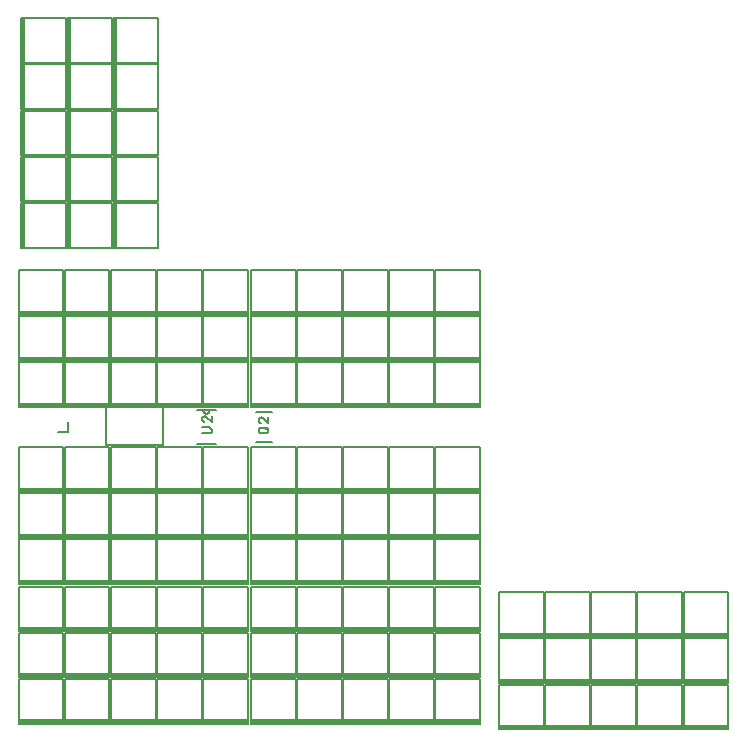
<source format=gto>
G75*
%MOIN*%
%OFA0B0*%
%FSLAX25Y25*%
%IPPOS*%
%LPD*%
%AMOC8*
5,1,8,0,0,1.08239X$1,22.5*
%
%ADD10C,0.00500*%
%ADD11R,0.14961X0.01575*%
%ADD12C,0.00700*%
%ADD13C,0.00600*%
%ADD14R,0.01575X0.14961*%
D10*
X0091801Y0113848D02*
X0091801Y0128809D01*
X0106762Y0128809D01*
X0106762Y0113848D01*
X0091801Y0113848D01*
X0107156Y0113848D02*
X0107156Y0128809D01*
X0122116Y0128809D01*
X0122116Y0113848D01*
X0107156Y0113848D01*
X0107156Y0129203D02*
X0107156Y0144163D01*
X0122116Y0144163D01*
X0122116Y0129203D01*
X0107156Y0129203D01*
X0106762Y0129203D02*
X0091801Y0129203D01*
X0091801Y0144163D01*
X0106762Y0144163D01*
X0106762Y0129203D01*
X0106762Y0144557D02*
X0091801Y0144557D01*
X0091801Y0159518D01*
X0106762Y0159518D01*
X0106762Y0144557D01*
X0107156Y0144557D02*
X0107156Y0159518D01*
X0122116Y0159518D01*
X0122116Y0144557D01*
X0107156Y0144557D01*
X0107156Y0160305D02*
X0107156Y0175266D01*
X0122116Y0175266D01*
X0122116Y0160305D01*
X0107156Y0160305D01*
X0106762Y0160305D02*
X0091801Y0160305D01*
X0091801Y0175266D01*
X0106762Y0175266D01*
X0106762Y0160305D01*
X0106762Y0175659D02*
X0091801Y0175659D01*
X0091801Y0190620D01*
X0106762Y0190620D01*
X0106762Y0175659D01*
X0107156Y0175659D02*
X0107156Y0190620D01*
X0122116Y0190620D01*
X0122116Y0175659D01*
X0107156Y0175659D01*
X0107156Y0191014D02*
X0107156Y0205974D01*
X0122116Y0205974D01*
X0122116Y0191014D01*
X0107156Y0191014D01*
X0106762Y0191014D02*
X0091801Y0191014D01*
X0091801Y0205974D01*
X0106762Y0205974D01*
X0106762Y0191014D01*
X0122510Y0191014D02*
X0122510Y0205974D01*
X0137470Y0205974D01*
X0137470Y0191014D01*
X0122510Y0191014D01*
X0122510Y0190620D02*
X0122510Y0175659D01*
X0137470Y0175659D01*
X0137470Y0190620D01*
X0122510Y0190620D01*
X0137864Y0190620D02*
X0137864Y0175659D01*
X0152825Y0175659D01*
X0152825Y0190620D01*
X0137864Y0190620D01*
X0137864Y0191014D02*
X0137864Y0205974D01*
X0152825Y0205974D01*
X0152825Y0191014D01*
X0137864Y0191014D01*
X0137864Y0175266D02*
X0137864Y0160305D01*
X0152825Y0160305D01*
X0152825Y0175266D01*
X0137864Y0175266D01*
X0137470Y0175266D02*
X0137470Y0160305D01*
X0122510Y0160305D01*
X0122510Y0175266D01*
X0137470Y0175266D01*
X0137470Y0159518D02*
X0122510Y0159518D01*
X0122510Y0144557D01*
X0137470Y0144557D01*
X0137470Y0159518D01*
X0137864Y0159518D02*
X0137864Y0144557D01*
X0152825Y0144557D01*
X0152825Y0159518D01*
X0137864Y0159518D01*
X0137864Y0144163D02*
X0137864Y0129203D01*
X0152825Y0129203D01*
X0152825Y0144163D01*
X0137864Y0144163D01*
X0137470Y0144163D02*
X0137470Y0129203D01*
X0122510Y0129203D01*
X0122510Y0144163D01*
X0137470Y0144163D01*
X0137470Y0128809D02*
X0122510Y0128809D01*
X0122510Y0113848D01*
X0137470Y0113848D01*
X0137470Y0128809D01*
X0137864Y0128809D02*
X0137864Y0113848D01*
X0152825Y0113848D01*
X0152825Y0128809D01*
X0137864Y0128809D01*
X0153219Y0128809D02*
X0153219Y0113848D01*
X0168179Y0113848D01*
X0168179Y0128809D01*
X0153219Y0128809D01*
X0153219Y0129203D02*
X0153219Y0144163D01*
X0168179Y0144163D01*
X0168179Y0129203D01*
X0153219Y0129203D01*
X0169360Y0129203D02*
X0169360Y0144163D01*
X0184321Y0144163D01*
X0184321Y0129203D01*
X0169360Y0129203D01*
X0169360Y0128809D02*
X0169360Y0113848D01*
X0184321Y0113848D01*
X0184321Y0128809D01*
X0169360Y0128809D01*
X0184715Y0128809D02*
X0184715Y0113848D01*
X0199675Y0113848D01*
X0199675Y0128809D01*
X0184715Y0128809D01*
X0184715Y0129203D02*
X0184715Y0144163D01*
X0199675Y0144163D01*
X0199675Y0129203D01*
X0184715Y0129203D01*
X0200069Y0129203D02*
X0200069Y0144163D01*
X0215030Y0144163D01*
X0215030Y0129203D01*
X0200069Y0129203D01*
X0200069Y0128809D02*
X0200069Y0113848D01*
X0215030Y0113848D01*
X0215030Y0128809D01*
X0200069Y0128809D01*
X0215423Y0128809D02*
X0215423Y0113848D01*
X0230384Y0113848D01*
X0230384Y0128809D01*
X0215423Y0128809D01*
X0215423Y0129203D02*
X0215423Y0144163D01*
X0230384Y0144163D01*
X0230384Y0129203D01*
X0215423Y0129203D01*
X0230778Y0129203D02*
X0230778Y0144163D01*
X0245738Y0144163D01*
X0245738Y0129203D01*
X0230778Y0129203D01*
X0230778Y0128809D02*
X0230778Y0113848D01*
X0245738Y0113848D01*
X0245738Y0128809D01*
X0230778Y0128809D01*
X0230778Y0144557D02*
X0230778Y0159518D01*
X0245738Y0159518D01*
X0245738Y0144557D01*
X0230778Y0144557D01*
X0230384Y0144557D02*
X0215423Y0144557D01*
X0215423Y0159518D01*
X0230384Y0159518D01*
X0230384Y0144557D01*
X0215030Y0144557D02*
X0215030Y0159518D01*
X0200069Y0159518D01*
X0200069Y0144557D01*
X0215030Y0144557D01*
X0215030Y0160305D02*
X0200069Y0160305D01*
X0200069Y0175266D01*
X0215030Y0175266D01*
X0215030Y0160305D01*
X0215423Y0160305D02*
X0215423Y0175266D01*
X0230384Y0175266D01*
X0230384Y0160305D01*
X0215423Y0160305D01*
X0230778Y0160305D02*
X0230778Y0175266D01*
X0245738Y0175266D01*
X0245738Y0160305D01*
X0230778Y0160305D01*
X0230778Y0175659D02*
X0230778Y0190620D01*
X0245738Y0190620D01*
X0245738Y0175659D01*
X0230778Y0175659D01*
X0230384Y0175659D02*
X0215423Y0175659D01*
X0215423Y0190620D01*
X0230384Y0190620D01*
X0230384Y0175659D01*
X0215030Y0175659D02*
X0215030Y0190620D01*
X0200069Y0190620D01*
X0200069Y0175659D01*
X0215030Y0175659D01*
X0215030Y0191014D02*
X0200069Y0191014D01*
X0200069Y0205974D01*
X0215030Y0205974D01*
X0215030Y0191014D01*
X0215423Y0191014D02*
X0215423Y0205974D01*
X0230384Y0205974D01*
X0230384Y0191014D01*
X0215423Y0191014D01*
X0230778Y0191014D02*
X0230778Y0205974D01*
X0245738Y0205974D01*
X0245738Y0191014D01*
X0230778Y0191014D01*
X0230778Y0219360D02*
X0230778Y0234321D01*
X0245738Y0234321D01*
X0245738Y0219360D01*
X0230778Y0219360D01*
X0230384Y0219360D02*
X0215423Y0219360D01*
X0215423Y0234321D01*
X0230384Y0234321D01*
X0230384Y0219360D01*
X0215030Y0219360D02*
X0215030Y0234321D01*
X0200069Y0234321D01*
X0200069Y0219360D01*
X0215030Y0219360D01*
X0215030Y0234715D02*
X0200069Y0234715D01*
X0200069Y0249675D01*
X0215030Y0249675D01*
X0215030Y0234715D01*
X0215423Y0234715D02*
X0215423Y0249675D01*
X0230384Y0249675D01*
X0230384Y0234715D01*
X0215423Y0234715D01*
X0230778Y0234715D02*
X0230778Y0249675D01*
X0245738Y0249675D01*
X0245738Y0234715D01*
X0230778Y0234715D01*
X0230778Y0250069D02*
X0230778Y0265030D01*
X0245738Y0265030D01*
X0245738Y0250069D01*
X0230778Y0250069D01*
X0230384Y0250069D02*
X0215423Y0250069D01*
X0215423Y0265030D01*
X0230384Y0265030D01*
X0230384Y0250069D01*
X0215030Y0250069D02*
X0215030Y0265030D01*
X0200069Y0265030D01*
X0200069Y0250069D01*
X0215030Y0250069D01*
X0199675Y0250069D02*
X0184715Y0250069D01*
X0184715Y0265030D01*
X0199675Y0265030D01*
X0199675Y0250069D01*
X0199675Y0249675D02*
X0199675Y0234715D01*
X0184715Y0234715D01*
X0184715Y0249675D01*
X0199675Y0249675D01*
X0184321Y0249675D02*
X0184321Y0234715D01*
X0169360Y0234715D01*
X0169360Y0249675D01*
X0184321Y0249675D01*
X0184321Y0250069D02*
X0169360Y0250069D01*
X0169360Y0265030D01*
X0184321Y0265030D01*
X0184321Y0250069D01*
X0184321Y0234321D02*
X0169360Y0234321D01*
X0169360Y0219360D01*
X0184321Y0219360D01*
X0184321Y0234321D01*
X0184715Y0234321D02*
X0184715Y0219360D01*
X0199675Y0219360D01*
X0199675Y0234321D01*
X0184715Y0234321D01*
X0176447Y0217785D02*
X0170935Y0217785D01*
X0168179Y0219360D02*
X0153219Y0219360D01*
X0153219Y0234321D01*
X0168179Y0234321D01*
X0168179Y0219360D01*
X0170935Y0207549D02*
X0176447Y0207549D01*
X0169360Y0205974D02*
X0169360Y0191014D01*
X0184321Y0191014D01*
X0184321Y0205974D01*
X0169360Y0205974D01*
X0168179Y0205974D02*
X0168179Y0191014D01*
X0153219Y0191014D01*
X0153219Y0205974D01*
X0168179Y0205974D01*
X0152825Y0219360D02*
X0137864Y0219360D01*
X0137864Y0234321D01*
X0152825Y0234321D01*
X0152825Y0219360D01*
X0139884Y0219561D02*
X0139884Y0206561D01*
X0120884Y0206561D01*
X0120884Y0219561D01*
X0139884Y0219561D01*
X0137470Y0219360D02*
X0122510Y0219360D01*
X0122510Y0234321D01*
X0137470Y0234321D01*
X0137470Y0219360D01*
X0122116Y0219360D02*
X0122116Y0234321D01*
X0107156Y0234321D01*
X0107156Y0219360D01*
X0122116Y0219360D01*
X0122116Y0234715D02*
X0107156Y0234715D01*
X0107156Y0249675D01*
X0122116Y0249675D01*
X0122116Y0234715D01*
X0122510Y0234715D02*
X0122510Y0249675D01*
X0137470Y0249675D01*
X0137470Y0234715D01*
X0122510Y0234715D01*
X0137864Y0234715D02*
X0137864Y0249675D01*
X0152825Y0249675D01*
X0152825Y0234715D01*
X0137864Y0234715D01*
X0137864Y0250069D02*
X0137864Y0265030D01*
X0152825Y0265030D01*
X0152825Y0250069D01*
X0137864Y0250069D01*
X0137470Y0250069D02*
X0122510Y0250069D01*
X0122510Y0265030D01*
X0137470Y0265030D01*
X0137470Y0250069D01*
X0122116Y0250069D02*
X0122116Y0265030D01*
X0107156Y0265030D01*
X0107156Y0250069D01*
X0122116Y0250069D01*
X0106762Y0250069D02*
X0091801Y0250069D01*
X0091801Y0265030D01*
X0106762Y0265030D01*
X0106762Y0250069D01*
X0106762Y0249675D02*
X0106762Y0234715D01*
X0091801Y0234715D01*
X0091801Y0249675D01*
X0106762Y0249675D01*
X0106762Y0234321D02*
X0091801Y0234321D01*
X0091801Y0219360D01*
X0106762Y0219360D01*
X0106762Y0234321D01*
X0108140Y0214242D02*
X0108140Y0210896D01*
X0104990Y0210896D01*
X0153219Y0190620D02*
X0153219Y0175659D01*
X0168179Y0175659D01*
X0168179Y0190620D01*
X0153219Y0190620D01*
X0153219Y0175266D02*
X0153219Y0160305D01*
X0168179Y0160305D01*
X0168179Y0175266D01*
X0153219Y0175266D01*
X0169360Y0175266D02*
X0169360Y0160305D01*
X0184321Y0160305D01*
X0184321Y0175266D01*
X0169360Y0175266D01*
X0169360Y0175659D02*
X0169360Y0190620D01*
X0184321Y0190620D01*
X0184321Y0175659D01*
X0169360Y0175659D01*
X0184715Y0175659D02*
X0184715Y0190620D01*
X0199675Y0190620D01*
X0199675Y0175659D01*
X0184715Y0175659D01*
X0184715Y0175266D02*
X0184715Y0160305D01*
X0199675Y0160305D01*
X0199675Y0175266D01*
X0184715Y0175266D01*
X0184715Y0191014D02*
X0184715Y0205974D01*
X0199675Y0205974D01*
X0199675Y0191014D01*
X0184715Y0191014D01*
X0184715Y0159518D02*
X0184715Y0144557D01*
X0199675Y0144557D01*
X0199675Y0159518D01*
X0184715Y0159518D01*
X0184321Y0159518D02*
X0184321Y0144557D01*
X0169360Y0144557D01*
X0169360Y0159518D01*
X0184321Y0159518D01*
X0168179Y0159518D02*
X0168179Y0144557D01*
X0153219Y0144557D01*
X0153219Y0159518D01*
X0168179Y0159518D01*
X0168179Y0234715D02*
X0153219Y0234715D01*
X0153219Y0249675D01*
X0168179Y0249675D01*
X0168179Y0234715D01*
X0168179Y0250069D02*
X0153219Y0250069D01*
X0153219Y0265030D01*
X0168179Y0265030D01*
X0168179Y0250069D01*
X0138258Y0272510D02*
X0123297Y0272510D01*
X0123297Y0287470D01*
X0138258Y0287470D01*
X0138258Y0272510D01*
X0122904Y0272510D02*
X0122904Y0287470D01*
X0107943Y0287470D01*
X0107943Y0272510D01*
X0122904Y0272510D01*
X0122904Y0287864D02*
X0107943Y0287864D01*
X0107943Y0302825D01*
X0122904Y0302825D01*
X0122904Y0287864D01*
X0123297Y0287864D02*
X0123297Y0302825D01*
X0138258Y0302825D01*
X0138258Y0287864D01*
X0123297Y0287864D01*
X0123297Y0303219D02*
X0123297Y0318179D01*
X0138258Y0318179D01*
X0138258Y0303219D01*
X0123297Y0303219D01*
X0122904Y0303219D02*
X0107943Y0303219D01*
X0107943Y0318179D01*
X0122904Y0318179D01*
X0122904Y0303219D01*
X0122904Y0318573D02*
X0107943Y0318573D01*
X0107943Y0333533D01*
X0122904Y0333533D01*
X0122904Y0318573D01*
X0123297Y0318573D02*
X0123297Y0333533D01*
X0138258Y0333533D01*
X0138258Y0318573D01*
X0123297Y0318573D01*
X0123297Y0333927D02*
X0123297Y0348888D01*
X0138258Y0348888D01*
X0138258Y0333927D01*
X0123297Y0333927D01*
X0122904Y0333927D02*
X0107943Y0333927D01*
X0107943Y0348888D01*
X0122904Y0348888D01*
X0122904Y0333927D01*
X0107549Y0333927D02*
X0107549Y0348888D01*
X0092589Y0348888D01*
X0092589Y0333927D01*
X0107549Y0333927D01*
X0107549Y0333533D02*
X0092589Y0333533D01*
X0092589Y0318573D01*
X0107549Y0318573D01*
X0107549Y0333533D01*
X0107549Y0318179D02*
X0092589Y0318179D01*
X0092589Y0303219D01*
X0107549Y0303219D01*
X0107549Y0318179D01*
X0107549Y0302825D02*
X0092589Y0302825D01*
X0092589Y0287864D01*
X0107549Y0287864D01*
X0107549Y0302825D01*
X0107549Y0287470D02*
X0092589Y0287470D01*
X0092589Y0272510D01*
X0107549Y0272510D01*
X0107549Y0287470D01*
X0252037Y0157549D02*
X0252037Y0142589D01*
X0266998Y0142589D01*
X0266998Y0157549D01*
X0252037Y0157549D01*
X0252037Y0142195D02*
X0252037Y0127234D01*
X0266998Y0127234D01*
X0266998Y0142195D01*
X0252037Y0142195D01*
X0252037Y0126841D02*
X0252037Y0111880D01*
X0266998Y0111880D01*
X0266998Y0126841D01*
X0252037Y0126841D01*
X0267392Y0126841D02*
X0267392Y0111880D01*
X0282352Y0111880D01*
X0282352Y0126841D01*
X0267392Y0126841D01*
X0267392Y0127234D02*
X0267392Y0142195D01*
X0282352Y0142195D01*
X0282352Y0127234D01*
X0267392Y0127234D01*
X0282746Y0127234D02*
X0282746Y0142195D01*
X0297707Y0142195D01*
X0297707Y0127234D01*
X0282746Y0127234D01*
X0282746Y0126841D02*
X0282746Y0111880D01*
X0297707Y0111880D01*
X0297707Y0126841D01*
X0282746Y0126841D01*
X0282746Y0142589D02*
X0282746Y0157549D01*
X0297707Y0157549D01*
X0297707Y0142589D01*
X0282746Y0142589D01*
X0282352Y0142589D02*
X0267392Y0142589D01*
X0267392Y0157549D01*
X0282352Y0157549D01*
X0282352Y0142589D01*
X0298100Y0142589D02*
X0298100Y0157549D01*
X0313061Y0157549D01*
X0313061Y0142589D01*
X0298100Y0142589D01*
X0298100Y0142195D02*
X0298100Y0127234D01*
X0313061Y0127234D01*
X0313061Y0142195D01*
X0298100Y0142195D01*
X0298100Y0126841D02*
X0298100Y0111880D01*
X0313061Y0111880D01*
X0313061Y0126841D01*
X0298100Y0126841D01*
X0313455Y0126841D02*
X0313455Y0111880D01*
X0328415Y0111880D01*
X0328415Y0126841D01*
X0313455Y0126841D01*
X0313455Y0127234D02*
X0313455Y0142195D01*
X0328415Y0142195D01*
X0328415Y0127234D01*
X0313455Y0127234D01*
X0313455Y0142589D02*
X0313455Y0157549D01*
X0328415Y0157549D01*
X0328415Y0142589D01*
X0313455Y0142589D01*
D11*
X0305581Y0143376D03*
X0320935Y0143376D03*
X0320935Y0128022D03*
X0305581Y0128022D03*
X0290226Y0128022D03*
X0274872Y0128022D03*
X0274872Y0143376D03*
X0290226Y0143376D03*
X0259518Y0143376D03*
X0259518Y0128022D03*
X0259518Y0112667D03*
X0274872Y0112667D03*
X0290226Y0112667D03*
X0305581Y0112667D03*
X0320935Y0112667D03*
X0238258Y0114636D03*
X0238258Y0129990D03*
X0222904Y0129990D03*
X0222904Y0114636D03*
X0207549Y0114636D03*
X0192195Y0114636D03*
X0192195Y0129990D03*
X0207549Y0129990D03*
X0207549Y0145344D03*
X0192195Y0145344D03*
X0192195Y0161093D03*
X0207549Y0161093D03*
X0207549Y0176447D03*
X0192195Y0176447D03*
X0192195Y0191801D03*
X0207549Y0191801D03*
X0222904Y0191801D03*
X0238258Y0191801D03*
X0238258Y0176447D03*
X0222904Y0176447D03*
X0222904Y0161093D03*
X0238258Y0161093D03*
X0238258Y0145344D03*
X0222904Y0145344D03*
X0176841Y0145344D03*
X0176841Y0161093D03*
X0176841Y0176447D03*
X0176841Y0191801D03*
X0160699Y0191801D03*
X0145344Y0191801D03*
X0129990Y0191801D03*
X0114636Y0191801D03*
X0114636Y0176447D03*
X0129990Y0176447D03*
X0129990Y0161093D03*
X0114636Y0161093D03*
X0114636Y0145344D03*
X0129990Y0145344D03*
X0129990Y0129990D03*
X0129990Y0114636D03*
X0114636Y0114636D03*
X0114636Y0129990D03*
X0099281Y0129990D03*
X0099281Y0114636D03*
X0099281Y0145344D03*
X0099281Y0161093D03*
X0099281Y0176447D03*
X0099281Y0191801D03*
X0099281Y0220148D03*
X0099281Y0235502D03*
X0099281Y0250856D03*
X0114636Y0250856D03*
X0114636Y0235502D03*
X0129990Y0235502D03*
X0129990Y0250856D03*
X0145344Y0250856D03*
X0145344Y0235502D03*
X0160699Y0235502D03*
X0160699Y0250856D03*
X0176841Y0250856D03*
X0176841Y0235502D03*
X0192195Y0235502D03*
X0207549Y0235502D03*
X0207549Y0250856D03*
X0192195Y0250856D03*
X0192195Y0220148D03*
X0207549Y0220148D03*
X0222904Y0220148D03*
X0238258Y0220148D03*
X0238258Y0235502D03*
X0238258Y0250856D03*
X0222904Y0250856D03*
X0222904Y0235502D03*
X0176841Y0220148D03*
X0160699Y0220148D03*
X0145344Y0220148D03*
X0129990Y0220148D03*
X0114636Y0220148D03*
X0145344Y0176447D03*
X0160699Y0176447D03*
X0160699Y0161093D03*
X0145344Y0161093D03*
X0145344Y0145344D03*
X0160699Y0145344D03*
X0160699Y0129990D03*
X0160699Y0114636D03*
X0145344Y0114636D03*
X0145344Y0129990D03*
X0176841Y0129990D03*
X0176841Y0114636D03*
D12*
X0174196Y0210655D02*
X0172729Y0210655D01*
X0172670Y0210657D01*
X0172612Y0210663D01*
X0172554Y0210672D01*
X0172496Y0210685D01*
X0172440Y0210702D01*
X0172385Y0210722D01*
X0172331Y0210746D01*
X0172279Y0210773D01*
X0172229Y0210803D01*
X0172181Y0210837D01*
X0172135Y0210874D01*
X0172091Y0210913D01*
X0172050Y0210956D01*
X0172012Y0211000D01*
X0171977Y0211047D01*
X0171945Y0211097D01*
X0171916Y0211148D01*
X0171890Y0211201D01*
X0171868Y0211255D01*
X0171850Y0211311D01*
X0171835Y0211368D01*
X0171824Y0211426D01*
X0171816Y0211484D01*
X0171812Y0211543D01*
X0171812Y0211601D01*
X0171816Y0211660D01*
X0171824Y0211718D01*
X0171835Y0211776D01*
X0171850Y0211833D01*
X0171868Y0211889D01*
X0171890Y0211943D01*
X0171916Y0211996D01*
X0171945Y0212047D01*
X0171977Y0212097D01*
X0172012Y0212144D01*
X0172050Y0212188D01*
X0172091Y0212231D01*
X0172135Y0212270D01*
X0172181Y0212307D01*
X0172229Y0212341D01*
X0172279Y0212371D01*
X0172331Y0212398D01*
X0172385Y0212422D01*
X0172440Y0212442D01*
X0172496Y0212459D01*
X0172554Y0212472D01*
X0172612Y0212481D01*
X0172670Y0212487D01*
X0172729Y0212489D01*
X0172729Y0212488D02*
X0174196Y0212488D01*
X0174379Y0212122D02*
X0175113Y0212855D01*
X0175113Y0214040D02*
X0173279Y0215599D01*
X0171812Y0215049D02*
X0171814Y0214986D01*
X0171820Y0214922D01*
X0171829Y0214860D01*
X0171842Y0214798D01*
X0171859Y0214736D01*
X0171880Y0214676D01*
X0171904Y0214618D01*
X0171931Y0214560D01*
X0171962Y0214505D01*
X0171996Y0214451D01*
X0172034Y0214400D01*
X0172074Y0214351D01*
X0172117Y0214305D01*
X0172163Y0214261D01*
X0172212Y0214220D01*
X0172262Y0214182D01*
X0172315Y0214147D01*
X0172370Y0214115D01*
X0172427Y0214087D01*
X0172486Y0214062D01*
X0172545Y0214041D01*
X0173280Y0215598D02*
X0173240Y0215637D01*
X0173199Y0215673D01*
X0173155Y0215707D01*
X0173109Y0215737D01*
X0173061Y0215765D01*
X0173012Y0215790D01*
X0172961Y0215812D01*
X0172910Y0215830D01*
X0172856Y0215846D01*
X0172803Y0215858D01*
X0172748Y0215866D01*
X0172693Y0215871D01*
X0172638Y0215873D01*
X0172638Y0215874D02*
X0172582Y0215872D01*
X0172526Y0215866D01*
X0172470Y0215857D01*
X0172415Y0215843D01*
X0172362Y0215826D01*
X0172309Y0215806D01*
X0172258Y0215782D01*
X0172209Y0215754D01*
X0172162Y0215723D01*
X0172117Y0215689D01*
X0172075Y0215652D01*
X0172035Y0215612D01*
X0171998Y0215570D01*
X0171964Y0215525D01*
X0171933Y0215478D01*
X0171905Y0215429D01*
X0171881Y0215378D01*
X0171861Y0215325D01*
X0171844Y0215272D01*
X0171830Y0215217D01*
X0171821Y0215161D01*
X0171815Y0215105D01*
X0171813Y0215049D01*
X0175113Y0215874D02*
X0175113Y0214040D01*
X0174196Y0212489D02*
X0174255Y0212487D01*
X0174313Y0212481D01*
X0174371Y0212472D01*
X0174429Y0212459D01*
X0174485Y0212442D01*
X0174540Y0212422D01*
X0174594Y0212398D01*
X0174646Y0212371D01*
X0174696Y0212341D01*
X0174744Y0212307D01*
X0174790Y0212270D01*
X0174834Y0212231D01*
X0174875Y0212188D01*
X0174913Y0212144D01*
X0174948Y0212097D01*
X0174980Y0212047D01*
X0175009Y0211996D01*
X0175035Y0211943D01*
X0175057Y0211889D01*
X0175075Y0211833D01*
X0175090Y0211776D01*
X0175101Y0211718D01*
X0175109Y0211660D01*
X0175113Y0211601D01*
X0175113Y0211543D01*
X0175109Y0211484D01*
X0175101Y0211426D01*
X0175090Y0211368D01*
X0175075Y0211311D01*
X0175057Y0211255D01*
X0175035Y0211201D01*
X0175009Y0211148D01*
X0174980Y0211097D01*
X0174948Y0211047D01*
X0174913Y0211000D01*
X0174875Y0210956D01*
X0174834Y0210913D01*
X0174790Y0210874D01*
X0174744Y0210837D01*
X0174696Y0210803D01*
X0174646Y0210773D01*
X0174594Y0210746D01*
X0174540Y0210722D01*
X0174485Y0210702D01*
X0174429Y0210685D01*
X0174371Y0210672D01*
X0174313Y0210663D01*
X0174255Y0210657D01*
X0174196Y0210655D01*
X0156278Y0214421D02*
X0156278Y0216254D01*
X0156278Y0214421D02*
X0154445Y0215979D01*
X0152978Y0215429D02*
X0152980Y0215366D01*
X0152986Y0215302D01*
X0152995Y0215240D01*
X0153008Y0215178D01*
X0153025Y0215116D01*
X0153046Y0215056D01*
X0153070Y0214998D01*
X0153097Y0214940D01*
X0153128Y0214885D01*
X0153162Y0214831D01*
X0153200Y0214780D01*
X0153240Y0214731D01*
X0153283Y0214685D01*
X0153329Y0214641D01*
X0153378Y0214600D01*
X0153428Y0214562D01*
X0153481Y0214527D01*
X0153536Y0214495D01*
X0153593Y0214467D01*
X0153652Y0214442D01*
X0153711Y0214421D01*
X0154445Y0215979D02*
X0154405Y0216018D01*
X0154364Y0216054D01*
X0154320Y0216088D01*
X0154274Y0216118D01*
X0154226Y0216146D01*
X0154177Y0216171D01*
X0154126Y0216193D01*
X0154075Y0216211D01*
X0154021Y0216227D01*
X0153968Y0216239D01*
X0153913Y0216247D01*
X0153858Y0216252D01*
X0153803Y0216254D01*
X0153747Y0216252D01*
X0153691Y0216246D01*
X0153635Y0216237D01*
X0153580Y0216223D01*
X0153527Y0216206D01*
X0153474Y0216186D01*
X0153423Y0216162D01*
X0153374Y0216134D01*
X0153327Y0216103D01*
X0153282Y0216069D01*
X0153240Y0216032D01*
X0153200Y0215992D01*
X0153163Y0215950D01*
X0153129Y0215905D01*
X0153098Y0215858D01*
X0153070Y0215809D01*
X0153046Y0215758D01*
X0153026Y0215705D01*
X0153009Y0215652D01*
X0152995Y0215597D01*
X0152986Y0215541D01*
X0152980Y0215485D01*
X0152978Y0215429D01*
X0152978Y0212534D02*
X0155361Y0212534D01*
X0155361Y0212535D02*
X0155420Y0212533D01*
X0155478Y0212527D01*
X0155536Y0212518D01*
X0155594Y0212505D01*
X0155650Y0212488D01*
X0155705Y0212468D01*
X0155759Y0212444D01*
X0155811Y0212417D01*
X0155861Y0212387D01*
X0155909Y0212353D01*
X0155955Y0212316D01*
X0155999Y0212277D01*
X0156040Y0212234D01*
X0156078Y0212190D01*
X0156113Y0212143D01*
X0156145Y0212093D01*
X0156174Y0212042D01*
X0156200Y0211989D01*
X0156222Y0211935D01*
X0156240Y0211879D01*
X0156255Y0211822D01*
X0156266Y0211764D01*
X0156274Y0211706D01*
X0156278Y0211647D01*
X0156278Y0211589D01*
X0156274Y0211530D01*
X0156266Y0211472D01*
X0156255Y0211414D01*
X0156240Y0211357D01*
X0156222Y0211301D01*
X0156200Y0211247D01*
X0156174Y0211194D01*
X0156145Y0211143D01*
X0156113Y0211093D01*
X0156078Y0211046D01*
X0156040Y0211002D01*
X0155999Y0210959D01*
X0155955Y0210920D01*
X0155909Y0210883D01*
X0155861Y0210849D01*
X0155811Y0210819D01*
X0155759Y0210792D01*
X0155705Y0210768D01*
X0155650Y0210748D01*
X0155594Y0210731D01*
X0155536Y0210718D01*
X0155478Y0210709D01*
X0155420Y0210703D01*
X0155361Y0210701D01*
X0152978Y0210701D01*
D13*
X0151325Y0207069D02*
X0157474Y0207069D01*
X0157474Y0218270D02*
X0151325Y0218270D01*
X0153400Y0218167D02*
X0153402Y0218105D01*
X0153408Y0218044D01*
X0153417Y0217983D01*
X0153430Y0217923D01*
X0153447Y0217864D01*
X0153468Y0217806D01*
X0153492Y0217749D01*
X0153519Y0217694D01*
X0153550Y0217641D01*
X0153584Y0217589D01*
X0153621Y0217540D01*
X0153661Y0217493D01*
X0153704Y0217449D01*
X0153749Y0217408D01*
X0153797Y0217369D01*
X0153848Y0217333D01*
X0153900Y0217301D01*
X0153954Y0217272D01*
X0154010Y0217246D01*
X0154068Y0217224D01*
X0154126Y0217205D01*
X0154186Y0217190D01*
X0154247Y0217179D01*
X0154308Y0217171D01*
X0154369Y0217167D01*
X0154431Y0217167D01*
X0154492Y0217171D01*
X0154553Y0217179D01*
X0154614Y0217190D01*
X0154674Y0217205D01*
X0154732Y0217224D01*
X0154790Y0217246D01*
X0154846Y0217272D01*
X0154900Y0217301D01*
X0154952Y0217333D01*
X0155003Y0217369D01*
X0155051Y0217408D01*
X0155096Y0217449D01*
X0155139Y0217493D01*
X0155179Y0217540D01*
X0155216Y0217589D01*
X0155250Y0217641D01*
X0155281Y0217694D01*
X0155308Y0217749D01*
X0155332Y0217806D01*
X0155353Y0217864D01*
X0155370Y0217923D01*
X0155383Y0217983D01*
X0155392Y0218044D01*
X0155398Y0218105D01*
X0155400Y0218167D01*
D14*
X0124085Y0279990D03*
X0124085Y0295344D03*
X0108730Y0295344D03*
X0108730Y0279990D03*
X0093376Y0279990D03*
X0093376Y0295344D03*
X0093376Y0310699D03*
X0093376Y0326053D03*
X0108730Y0326053D03*
X0108730Y0310699D03*
X0124085Y0310699D03*
X0124085Y0326053D03*
X0124085Y0341407D03*
X0108730Y0341407D03*
X0093376Y0341407D03*
M02*

</source>
